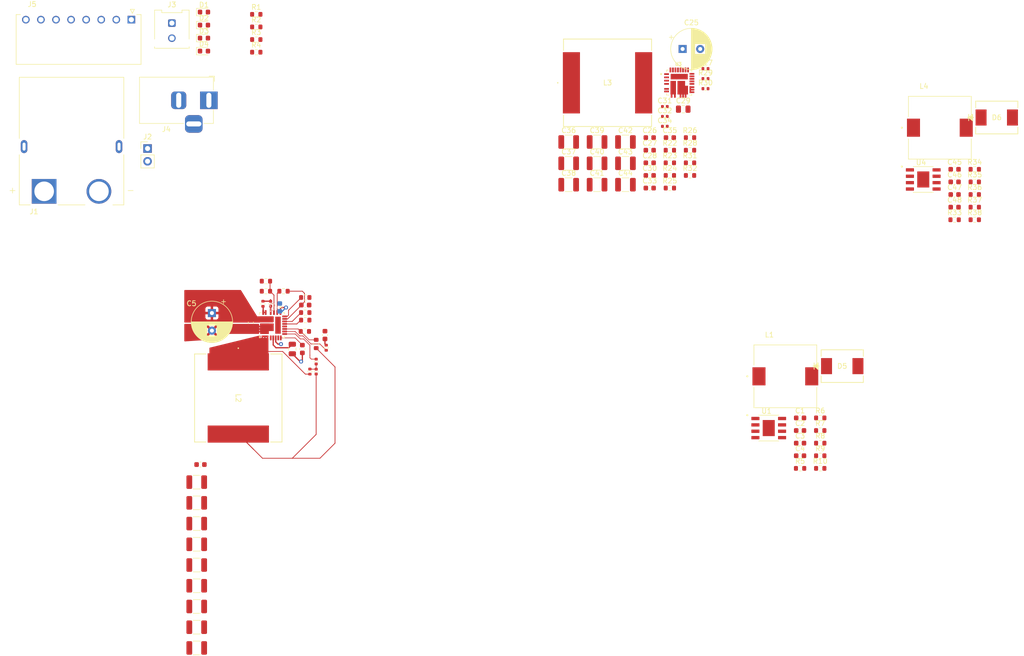
<source format=kicad_pcb>
(kicad_pcb (version 20221018) (generator pcbnew)
  (layers (0 "F.Cu" signal) (31 "B.Cu" signal) (34 "B.Paste" user) (35 "F.Paste" user) (36 "B.SilkS" user "B.Silkscreen") (37 "F.SilkS" user "F.Silkscreen") (38 "B.Mask" user) (39 "F.Mask" user) (44 "Edge.Cuts" user))
  (net 0 "")
  (net 1 "+BATT")
  (net 2 "GND")
  (net 3 "Net-(U1-BST)")
  (net 4 "Net-(D5-K)")
  (net 5 "Net-(U1-VC)")
  (net 6 "Net-(C3-Pad2)")
  (net 7 "3V3")
  (net 8 "Net-(U2-VDD)")
  (net 9 "Net-(U2-VDRV)")
  (net 10 "Net-(U2-SS)")
  (net 11 "Net-(U2-BOOT)")
  (net 12 "Net-(C11-Pad2)")
  (net 13 "Net-(U2-VSNS)")
  (net 14 "Net-(C12-Pad2)")
  (net 15 "Net-(C13-Pad1)")
  (net 16 "12V")
  (net 17 "Net-(U3-VDD)")
  (net 18 "Net-(U3-VDRV)")
  (net 19 "Net-(U3-SS)")
  (net 20 "Net-(U3-BOOT)")
  (net 21 "Net-(C31-Pad2)")
  (net 22 "Net-(U3-VSNS)")
  (net 23 "Net-(C32-Pad2)")
  (net 24 "Net-(C33-Pad1)")
  (net 25 "5V")
  (net 26 "Net-(U4-BST)")
  (net 27 "Net-(D6-K)")
  (net 28 "Net-(U4-VC)")
  (net 29 "Net-(C47-Pad2)")
  (net 30 "3V3_T")
  (net 31 "Net-(D1-K)")
  (net 32 "Net-(D2-K)")
  (net 33 "Net-(D3-K)")
  (net 34 "Net-(D4-K)")
  (net 35 "Net-(L2-Pad1)")
  (net 36 "Net-(L3-Pad1)")
  (net 37 "Net-(U1-EN)")
  (net 38 "Net-(U1-RT)")
  (net 39 "Net-(U1-FB)")
  (net 40 "Net-(U2-EN)")
  (net 41 "Net-(U2-PGOOD)")
  (net 42 "Net-(U2-Mode)")
  (net 43 "Net-(U2-Ilimit)")
  (net 44 "Net-(R16-Pad1)")
  (net 45 "Net-(U2-fsw)")
  (net 46 "Net-(U2-COMP)")
  (net 47 "Net-(U2-VFB)")
  (net 48 "Net-(U3-EN)")
  (net 49 "Net-(U3-PGOOD)")
  (net 50 "Net-(U3-Mode)")
  (net 51 "Net-(U3-Ilimit)")
  (net 52 "Net-(R27-Pad1)")
  (net 53 "Net-(U3-fsw)")
  (net 54 "Net-(U3-COMP)")
  (net 55 "Net-(U3-VFB)")
  (net 56 "Net-(U4-EN)")
  (net 57 "Net-(U4-RT)")
  (net 58 "Net-(U4-FB)")
  (footprint "crush-power-footprints:MOLEX_2157601008" (layer "F.Cu") (at 47.4665 20.45)
    (fp_text reference "J5")
    (fp_text value "2157601008")
  )
  (footprint "crush-power-footprints:SOIC127P600X100-9N" (layer "F.Cu") (at 174.325 101.74)
    (fp_text reference "U1")
    (fp_text value "BD9G341AEFJ")
  )
  (footprint "Resistor_SMD:R_0603_1608Metric" (layer "F.Cu") (at 158.6566 43.9283)
    (fp_text reference "R26")
    (fp_text value "75k")
  )
  (footprint "LED_SMD:LED_0603_1608Metric" (layer "F.Cu") (at 61.9215 26.71)
    (fp_text reference "D4")
    (fp_text value "LED_GREEN")
  )
  (footprint "crush-power-footprints:DIODE_DO214AB" (layer "F.Cu") (at 219.71 39.9288)
    (fp_text reference "D6")
    (fp_text value "SS36-E3/57T")
  )
  (footprint "Capacitor_SMD:C_0402_1005Metric" (layer "F.Cu") (at 84.25 90.5 -90)
    (fp_text reference "C14" hide)
    (fp_text value "10n" hide)
  )
  (footprint "Resistor_SMD:R_0402_1005Metric" (layer "F.Cu") (at 83 90.5 90)
    (fp_text reference "R19" hide)
    (fp_text value "2k37" hide)
  )
  (footprint "Capacitor_SMD:C_0402_1005Metric" (layer "F.Cu") (at 153.6466 39.7183)
    (fp_text reference "C32")
    (fp_text value "3u9")
  )
  (footprint "Resistor_SMD:R_0603_1608Metric" (layer "F.Cu") (at 72.327 26.924)
    (fp_text reference "R4")
    (fp_text value "4R99")
  )
  (footprint "Capacitor_SMD:C_0402_1005Metric" (layer "F.Cu") (at 153.6466 37.7483)
    (fp_text reference "C31")
    (fp_text value "100n")
  )
  (footprint "Capacitor_SMD:C_0603_1608Metric" (layer "F.Cu") (at 150.6366 48.9483)
    (fp_text reference "C28")
    (fp_text value "1u")
  )
  (footprint "Resistor_SMD:R_0603_1608Metric" (layer "F.Cu") (at 184.575 102.23)
    (fp_text reference "R7")
    (fp_text value "47k")
  )
  (footprint "Capacitor_SMD:C_1210_3225Metric" (layer "F.Cu") (at 60.475 116.625 180)
    (fp_text reference "C17" hide)
    (fp_text value "22u" hide)
  )
  (footprint "Capacitor_SMD:C_0603_1608Metric" (layer "F.Cu") (at 180.565 107.25)
    (fp_text reference "C4")
    (fp_text value "100u")
  )
  (footprint "Capacitor_SMD:C_1210_3225Metric" (layer "F.Cu") (at 60.475 145.5 180)
    (fp_text reference "C22" hide)
    (fp_text value "22u" hide)
  )
  (footprint "Capacitor_SMD:C_1210_3225Metric" (layer "F.Cu") (at 60.475 120.75 180)
    (fp_text reference "C16" hide)
    (fp_text value "22u" hide)
  )
  (footprint "Resistor_SMD:R_0603_1608Metric" (layer "F.Cu") (at 215.3298 57.768)
    (fp_text reference "R37")
    (fp_text value "1k3")
  )
  (footprint "Capacitor_SMD:C_1210_3225Metric" (layer "F.Cu") (at 140.1566 53.2983)
    (fp_text reference "C41")
    (fp_text value "47u")
  )
  (footprint "crush-power-footprints:IND_#B953AS-330M=P3" (layer "F.Cu") (at 177.63 91.44)
    (fp_text reference "L1")
    (fp_text value "33u")
  )
  (footprint "Resistor_SMD:R_0603_1608Metric" (layer "F.Cu") (at 77.75 74.5 180)
    (fp_text reference "R13" hide)
    (fp_text value "100k" hide)
  )
  (footprint "Resistor_SMD:R_0603_1608Metric" (layer "F.Cu") (at 184.575 109.76)
    (fp_text reference "R10")
    (fp_text value "560R")
  )
  (footprint "Capacitor_SMD:C_0603_1608Metric" (layer "F.Cu") (at 180.565 99.72)
    (fp_text reference "C1")
    (fp_text value "10u")
  )
  (footprint "Capacitor_SMD:C_0603_1608Metric" (layer "F.Cu") (at 150.6366 53.9683)
    (fp_text reference "C33")
    (fp_text value "2n7")
  )
  (footprint "Resistor_SMD:R_0603_1608Metric" (layer "F.Cu") (at 82 82.5)
    (fp_text reference "R21" hide)
    (fp_text value "10k" hide)
  )
  (footprint "Capacitor_SMD:C_1210_3225Metric" (layer "F.Cu") (at 60.475 112.5 180)
    (fp_text reference "C18" hide)
    (fp_text value "22u" hide)
  )
  (footprint "crush-power-footprints:CONV_SIC461ED-T1-GE3" (layer "F.Cu") (at 156.5116 32.9883)
    (fp_text reference "U3")
    (fp_text value "SIC461ED-T1-GE3")
  )
  (footprint "Capacitor_SMD:C_1210_3225Metric" (layer "F.Cu") (at 134.5066 44.7983)
    (fp_text reference "C36")
    (fp_text value "47u")
  )
  (footprint "Capacitor_SMD:C_0603_1608Metric" (layer "F.Cu") (at 211.3198 50.238)
    (fp_text reference "C45")
    (fp_text value "10u")
  )
  (footprint "Capacitor_THT:CP_Radial_D8.0mm_P3.50mm" (layer "F.Cu") (at 63.5 78.847349 -90)
    (fp_text reference "C5")
    (fp_text value "82u")
  )
  (footprint "Resistor_SMD:R_0603_1608Metric" (layer "F.Cu") (at 215.3298 52.748)
    (fp_text reference "R35")
    (fp_text value "47k")
  )
  (footprint "crush-power-footprints:AMASS_XT90PW-F" (layer "F.Cu") (at 35.56 45.72)
    (fp_text reference "J1")
    (fp_text value "XT90PW-F")
  )
  (footprint "Resistor_SMD:R_0603_1608Metric" (layer "F.Cu") (at 158.6566 51.4583)
    (fp_text reference "R32")
    (fp_text value "10k")
  )
  (footprint "Capacitor_SMD:C_0603_1608Metric" (layer "F.Cu") (at 154.6466 43.9283)
    (fp_text reference "C35")
    (fp_text value "100n")
  )
  (footprint "Capacitor_SMD:C_1210_3225Metric" (layer "F.Cu") (at 145.8066 49.0483)
    (fp_text reference "C43")
    (fp_text value "47u")
  )
  (footprint "Capacitor_SMD:C_1210_3225Metric" (layer "F.Cu") (at 145.8066 53.2983)
    (fp_text reference "C44")
    (fp_text value "47u")
  )
  (footprint "Resistor_SMD:R_0603_1608Metric" (layer "F.Cu") (at 184.575 99.72)
    (fp_text reference "R6")
    (fp_text value "10k")
  )
  (footprint "Capacitor_SMD:C_1210_3225Metric" (layer "F.Cu") (at 60.475 137.25 180)
    (fp_text reference "C24" hide)
    (fp_text value "22u" hide)
  )
  (footprint "Capacitor_SMD:C_0603_1608Metric" (layer "F.Cu") (at 150.6366 51.4583)
    (fp_text reference "C30")
    (fp_text value "33n")
  )
  (footprint "Capacitor_SMD:C_0603_1608Metric" (layer "F.Cu") (at 180.565 104.74)
    (fp_text reference "C3")
    (fp_text value "10n")
  )
  (footprint "Connector_BarrelJack:BarrelJack_Horizontal" (layer "F.Cu") (at 62.8915 36.505)
    (fp_text reference "J4")
    (fp_text value "Barrel_Jack")
  )
  (footprint "crush-power-footprints:IND_IHLP-6767GZ_VIS-M" (layer "F.Cu") (at 68.75 95.75 -90)
    (fp_text reference "L2")
    (fp_text value "3u3")
  )
  (footprint "LED_SMD:LED_0603_1608Metric" (layer "F.Cu") (at 61.9215 24.12)
    (fp_text reference "D3")
    (fp_text value "LED_GREEN")
  )
  (footprint "Resistor_SMD:R_0603_1608Metric" (layer "F.Cu") (at 184.575 107.25)
    (fp_text reference "R9")
    (fp_text value "1k3")
  )
  (footprint "Capacitor_SMD:C_0603_1608Metric" (layer "F.Cu") (at 211.3198 55.258)
    (fp_text reference "C47")
    (fp_text value "10n")
  )
  (footprint "Capacitor_SMD:C_0402_1005Metric" (layer "F.Cu") (at 75.184 77 90)
    (fp_text reference "C11" hide)
    (fp_text value "100n" hide)
  )
  (footprint "Resistor_SMD:R_0603_1608Metric" (layer "F.Cu") (at 154.6466 53.9683)
    (fp_text reference "R25")
    (fp_text value "2k")
  )
  (footprint "Capacitor_SMD:C_1210_3225Metric" (layer "F.Cu") (at 60.475 133.125 180)
    (fp_text reference "C19" hide)
    (fp_text value "22u" hide)
  )
  (footprint "Capacitor_SMD:C_0603_1608Metric" (layer "F.Cu") (at 81.5 86 90)
    (fp_text reference "C10" hide)
    (fp_text value "33n" hide)
  )
  (footprint "Resistor_SMD:R_0603_1608Metric" (layer "F.Cu") (at 84.25 85 90)
    (fp_text reference "R20" hide)
    (fp_text value "140k" hide)
  )
  (footprint "Resistor_SMD:R_0603_1608Metric" (layer "F.Cu") (at 215.3298 55.258)
    (fp_text reference "R36")
    (fp_text value "6k2")
  )
  (footprint "Resistor_SMD:R_0603_1608Metric" (layer "F.Cu") (at 211.3198 60.278)
    (fp_text reference "R33")
    (fp_text value "5k")
  )
  (footprint "crush-power-footprints:SOIC127P600X100-9N" (layer "F.Cu") (at 205.0798 52.258)
    (fp_text reference "U4")
    (fp_text value "BD9G341AEFJ")
  )
  (footprint "Connector_Molex:Molex_Micro-Fit_3.0_43045-0212_2x01_P3.00mm_Vertical" (layer "F.Cu") (at 55.5315 21.14)
    (fp_text reference "J3")
    (fp_text value "Molex Micro Fit 3.0")
  )
  (footprint "Resistor_SMD:R_0603_1608Metric" (layer "F.Cu") (at 82.075 80.25)
    (fp_text reference "R17" hide)
    (fp_text value "210k" hide)
  )
  (footprint "Connector_PinHeader_2.54mm:PinHeader_1x02_P2.54mm_Vertical" (layer "F.Cu") (at 50.6915 46.1)
    (fp_text reference "J2")
    (fp_text value "1x2 Header")
  )
  (footprint "Resistor_SMD:R_0402_1005Metric" (layer "F.Cu") (at 86.25 85.75 90)
    (fp_text reference "R18" hide)
    (fp_text value "115k" hide)
  )
  (footprint "Resistor_SMD:R_0603_1608Metric" (layer "F.Cu") (at 158.6566 46.4383)
    (fp_text reference "R28")
    (fp_text value "88k7")
  )
  (footprint "Resistor_SMD:R_0402_1005Metric" (layer "F.Cu") (at 161.7366 34.1883)
    (fp_text reference "R30")
    (fp_text value "2k37")
  )
  (footprint "Capacitor_SMD:C_1210_3225Metric" (layer "F.Cu") (at 60.475 129 180)
    (fp_text reference "C20" hide)
    (fp_text value "22u" hide)
  )
  (footprint "Capacitor_SMD:C_0603_1608Metric" (layer "F.Cu") (at 211.3198 52.748)
    (fp_text reference "C46")
    (fp_text value "0u1")
  )
  (footprint "Resistor_SMD:R_0603_1608Metric" (layer "F.Cu") (at 74.25 72.5)
    (fp_text reference "R12" hide)
    (fp_text value "200k" hide)
  )
  (footprint "Capacitor_SMD:C_0603_1608Metric" (layer "F.Cu") (at 61.225 109 180)
    (fp_text reference "C15" hide)
    (fp_text value "100n" hide)
  )
  (footprint "Capacitor_SMD:C_0402_1005Metric" (layer "F.Cu") (at 153.6466 41.6883)
    (fp_text reference "C34")
    (fp_text value "22n")
  )
  (footprint "Capacitor_SMD:C_1210_3225Metric" (layer "F.Cu") (at 60.475 141.375 180)
    (fp_text reference "C23" hide)
    (fp_text value "22u" hide)
  )
  (footprint "Capacitor_SMD:C_0603_1608Metric" (layer "F.Cu") (at 71.25 80.75 90)
    (fp_text reference "C6" hide)
    (fp_text value "4u7" hide)
  )
  (footprint "Resistor_SMD:R_0603_1608Metric" (layer "F.Cu") (at 82.075 78.75)
    (fp_text reference "R15" hide)
    (fp_text value "75k" hide)
  )
  (footprint "Resistor_SMD:R_0603_1608Metric" (layer "F.Cu") (at 158.6566 48.9483)
    (fp_text reference "R31")
    (fp_text value "52k3")
  )
  (footprint "Capacitor_SMD:C_1210_3225Metric" (layer "F.Cu") (at 140.1566 44.7983)
    (fp_text reference "C39")
    (fp_text value "47u")
  )
  (footprint "Resistor_SMD:R_0402_1005Metric" (layer "F.Cu") (at 161.7366 30.2083)
    (fp_text reference "R27")
    (fp_text value "1R")
  )
  (footprint "Capacitor_SMD:C_0603_1608Metric" (layer "F.Cu") (at 211.3198 57.768)
    (fp_text reference "C48")
    (fp_text value "100u")
  )
  (footprint "Resistor_SMD:R_0603_1608Metric" (layer "F.Cu") (at 215.3298 50.238)
    (fp_text reference "R34")
    (fp_text value "10k")
  )
  (footprint "Capacitor_SMD:C_0402_1005Metric" (layer "F.Cu") (at 84.25 88.5 -90)
    (fp_text reference "C12" hide)
    (fp_text value "3u9" hide)
  )
  (footprint "Resistor_SMD:R_0402_1005Metric" (layer "F.Cu") (at 73.66 77 90)
    (fp_text reference "R16" hide)
    (fp_text value "1R" hide)
  )
  (footprint "LED_SMD:LED_0603_1608Metric" (layer "F.Cu") (at 61.9215 21.53)
    (fp_text reference "D2")
    (fp_text value "LED_GREEN")
  )
  (footprint "Capacitor_SMD:C_0603_1608Metric" (layer "F.Cu") (at 180.565 102.23)
    (fp_text reference "C2")
    (fp_text value "0u1")
  )
  (footprint "Resistor_SMD:R_0402_1005Metric" (layer "F.Cu") (at 161.7366 32.1983)
    (fp_text reference "R29")
    (fp_text value "71k5")
  )
  (footprint "LED_SMD:LED_0603_1608Metric" (layer "F.Cu") (at 61.9215 18.94)
    (fp_text reference "D1")
    (fp_text value "LED_GREEN")
  )
  (footprint "Capacitor_SMD:C_0603_1608Metric" (layer "F.Cu") (at 150.6366 46.4383)
    (fp_text reference "C27")
    (fp_text value "100n")
  )
  (footprint "Capacitor_SMD:C_0805_2012Metric" (layer "F.Cu") (at 157.3066 38.2683)
    (fp_text reference "C29")
    (fp_text value "4u7")
  )
  (footprint "Capacitor_SMD:C_1210_3225Metric" (layer "F.Cu") (at 140.1566 49.0483)
    (fp_text reference "C40")
    (fp_text value "47u")
  )
  (footprint "crush-power-footprints:IND_#B953AS-330M=P3" (layer "F.Cu") (at 208.3848 41.958)
    (fp_text reference "L4")
    (fp_text value "33u")
  )
  (footprint "crush-power-footprints:IND_IHLP-6767GZ_VIS-M" (layer "F.Cu") (at 142.24 33.02)
    (fp_text reference "L3")
    (fp_text value "3u3")
  )
  (footprint "Capacitor_SMD:C_1210_3225Metric" (layer "F.Cu") (at 134.5066 53.2983)
    (fp_text reference "C38")
    (fp_text value "47u")
  )
  (footprint "Capacitor_SMD:C_1210_3225Metric" (layer "F.Cu") (at 134.5066 49.0483)
    (fp_text reference "C37")
    (fp_text value "47u")
  )
  (footprint "Capacitor_SMD:C_0805_2012Metric" (layer "F.Cu") (at 79.5 86 90)
    (fp_text reference "C9" hide)
    (fp_text value "4u7" hide)
  )
  (footprint "Capacitor_SMD:C_0603_1608Metric" (layer "F.Cu") (at 86 83.225 90)
    (fp_text reference "C13" hide)
    (fp_text value "1n2" hide)
  )
  (footprint "Capacitor_SMD:C_1210_3225Metric" (layer "F.Cu") (at 60.475 124.875 180)
    (fp_text reference "C21" hide)
    (fp_text value "22u" hide)
  )
  (footprint "Capacitor_SMD:C_1210_3225Metric" (layer "F.Cu") (at 145.8066 44.7983)
    (fp_text reference "C42")
    (fp_text value "47u")
  )
  (footprint "Capacitor_THT:CP_Radial_D8.0mm_P3.50mm" (layer "F.Cu") (at 157.1816 26.2883)
    (fp_text reference "C25")
    (fp_text value "120u")
  )
  (footprint "Resistor_SMD:R_0603_1608Metric" (layer "F.Cu") (at 72.327 21.904)
    (fp_text reference "R2")
    (fp_text value "4R99")
  )
  (footprint "Resistor_SMD:R_0603_1608Metric" (layer "F.Cu") (at 74.25 74.5 180)
    (fp_text reference "R11" hide)
    (fp_text value "562k" hide)
  )
  (footprint "crush-power-footprints:CONV_SIC461ED-T1-GE3" (layer "F.Cu") (at 75.45 81.265 -90)
    (fp_text reference "U2" hide)
    (fp_text value "SIC461ED-T1-GE3" hide)
  )
  (footprint "Resistor_SMD:R_0603_1608Metric" (layer "F.Cu") (at 154.6466 46.4383)
    (fp_text reference "R22")
    (fp_text value "562k")
  )
  (footprint "Resistor_SMD:R_0603_1608Metric" (layer "F.Cu") (at 180.565 109.76)
    (fp_text reference "R5")
    (fp_text value "5k")
  )
  (footprint "Resistor_SMD:R_0603_1608Metric" (layer "F.Cu") (at 72.327 19.394)
    (fp_text reference "R1")
    (fp_text value "100R")
  )
  (footprint "Resistor_SMD:R_0603_1608Metric" (layer "F.Cu") (at 82.075 75.75)
    (fp_text reference "R14" hide)
    (fp_text value "2k" hide)
  )
  (footprint "Capacitor_SMD:C_0603_1608Metric" (layer "F.Cu") (at 150.6366 43.9283)
    (fp_text reference "C26")
    (fp_text value "4u7")
  )
  (footprint "Resistor_SMD:R_0603_1608Metric" (layer "F.Cu") (at 215.3298 60.278)
    (fp_text reference "R38")
    (fp_text value "560R")
  )
  (footprint "Resistor_SMD:R_0603_1608Metric" (layer "F.Cu") (at 72.327 24.414)
    (fp_text reference "R3")
    (fp_text value "442R")
  )
  (footprint "Resistor_SMD:R_0603_1608Metric" (layer "F.Cu") (at 154.6466 48.9483)
    (fp_text reference "R23")
    (fp_text value "200k")
  )
  (footprint "Resistor_SMD:R_0603_1608Metric" (layer "F.Cu") (at 154.6466 51.4583)
    (fp_text reference "R24")
    (fp_text value "100k")
  )
  (footprint "Resistor_SMD:R_0603_1608Metric" (layer "F.Cu") (at 184.575 104.74)
    (fp_text reference "R8")
    (fp_text value "6k2")
  )
  (footprint "Capacitor_SMD:C_0603_1608Metric" (layer "F.Cu") (at 82.075 77.25 180)
    (fp_text reference "C8" hide)
    (fp_text value "1u" hide)
  )
  (footprint "crush-power-footprints:DIODE_DO214AB" (layer "F.Cu") (at 188.9552 89.4108)
    (fp_text reference "D5")
    (fp_text value "SS36-E3/57T")
  )
  (footprint "Capacitor_SMD:C_0603_1608Metric" (layer "B.Cu") (at 77 77.725 -90)
    (fp_text reference "C7")
    (fp_text value "100n" hide)
  )
  (segment (start 77.25 77.75) (end 78.25 77.75) (width 0.25) (layer "F.Cu") (net 1))
  (segment (start 77.15 78.74) (end 77.15 77.85) (width 0.25) (layer "F.Cu") (net 1))
  (segment (start 77.15 77.85) (end 77.25 77.75) (width 0.25) (layer "F.Cu") (net 1))
  (segment (start 77.15 78.74) (end 77.26 78.74) (width 0.25) (layer "F.Cu") (net 1))
  (via (at 78.25 77.75) (size 0.8) (drill 0.4) (layers "F.Cu" "B.Cu") (net 1))
  (segment (start 77 78.5) (end 77.5 78.5) (width 0.25) (layer "B.Cu") (net 1))
  (segment (start 77.5 78.5) (end 78.25 77.75) (width 0.25) (layer "B.Cu") (net 1))
  (segment (start 81.25 88.5) (end 81.05 88.5) (width 0.25) (layer "F.Cu") (net 2))
  (segment (start 81.325 86.95) (end 81.5 86.775) (width 0.25) (layer "F.Cu") (net 2))
  (segment (start 81.5 88.25) (end 81.25 88.5) (width 0.25) (layer "F.Cu") (net 2))
  (segment (start 77.25 85.0255) (end 76.6355 85.0255) (width 0.25) (layer "F.Cu") (net 2))
  (segment (start 76.2 84.59) (end 76.2 83.79) (width 0.25) (layer "F.Cu") (net 2))
  (segment (start 81.5 86.775) (end 81.5 88.25) (width 0.25) (layer "F.Cu") (net 2))
  (segment (start 76.6355 85.0255) (end 76.2 84.59) (width 0.25) (layer "F.Cu") (net 2))
  (segment (start 81.05 88.5) (end 79.5 86.95) (width 0.25) (layer "F.Cu") (net 2))
  (via (at 77.25 85.0255) (size 0.8) (drill 0.4) (layers "F.Cu" "B.Cu") (net 2))
  (via (at 81.25 88.5) (size 0.8) (drill 0.4) (layers "F.Cu" "B.Cu") (net 2))
  (segment (start 78.576 80.015) (end 81.341 77.25) (width 0.15) (layer "F.Cu") (net 8))
  (segment (start 77.975 80.015) (end 78.576 80.015) (width 0.15) (layer "F.Cu") (net 8))
  (segment (start 81.925 74.925) (end 81.5 74.5) (width 0.15) (layer "F.Cu") (net 8))
  (segment (start 81.925 76.625) (end 81.925 74.925) (width 0.15) (layer "F.Cu") (net 8))
  (segment (start 81.5 74.5) (end 78.575 74.5) (width 0.15) (layer "F.Cu") (net 8))
  (segment (start 81.3 77.25) (end 81.925 76.625) (width 0.15) (layer "F.Cu") (net 8))
  (segment (start 75.7 83.79) (end 75.7 85.2) (width 0.25) (layer "F.Cu") (net 9))
  (segment (start 75.7 85.2) (end 76.25 85.75) (width 0.25) (layer "F.Cu") (net 9))
  (segment (start 78.8 85.75) (end 79.5 85.05) (width 0.25) (layer "F.Cu") (net 9))
  (segment (start 76.25 85.75) (end 78.8 85.75) (width 0.25) (layer "F.Cu") (net 9))
  (segment (start 77.2 83.79) (end 80.065 83.79) (width 0.127) (layer "F.Cu") (net 10))
  (segment (start 80.065 83.79) (end 81.5 85.225) (width 0.127) (layer "F.Cu") (net 10))
  (segment (start 75.2 78.74) (end 75.2 77.496) (width 0.25) (layer "F.Cu") (net 11))
  (segment (start 75.2 77.496) (end 75.184 77.48) (width 0.25) (layer "F.Cu") (net 11))
  (segment (start 75.184 78.724) (end 75.2 78.74) (width 0.25) (layer "F.Cu") (net 11))
  (segment (start 73.66 76.49) (end 75.154 76.49) (width 0.25) (layer "F.Cu") (net 12))
  (segment (start 75.154 76.198) (end 75.184 76.228) (width 0.25) (layer "F.Cu") (net 12))
  (segment (start 83 87.23) (end 83 87.75) (width 0.127) (layer "F.Cu") (net 13))
  (segment (start 83 85.25) (end 83 87.23) (width 0.127) (layer "F.Cu") (net 13))
  (segment (start 81.082064 84) (end 81.75 84) (width 0.127) (layer "F.Cu") (net 13))
  (segment (start 83.27 88.02) (end 84.25 88.02) (width 0.127) (layer "F.Cu") (net 13))
  (segment (start 81.75 84) (end 83 85.25) (width 0.127) (layer "F.Cu") (net 13))
  (segment (start 83 87.75) (end 83.27 88.02) (width 0.127) (layer "F.Cu") (net 13))
  (segment (start 77.975 83.015) (end 80.097064 83.015) (width 0.127) (layer "F.Cu") (net 13))
  (segment (start 80.097064 83.015) (end 81.082064 84) (width 0.127) (layer "F.Cu") (net 13))
  (segment (start 83.03 90.02) (end 83 89.99) (width 0.127) (layer "F.Cu") (net 14))
  (segment (start 84.25 88.98) (end 84.25 90.02) (width 0.127) (layer "F.Cu") (net 14))
  (segment (start 84.25 90.02) (end 83.03 90.02) (width 0.127) (layer "F.Cu") (net 14))
  (segment (start 86 84.99) (end 86.25 85.24) (width 0.25) (layer "F.Cu") (net 15))
  (segment (start 86 84) (end 86 84.99) (width 0.25) (layer "F.Cu") (net 15))
  (segment (start 84.25 90.98) (end 84.25 103) (width 0.15) (layer "F.Cu") (net 16))
  (segment (start 88 89.575) (end 88 104.75) (width 0.15) (layer "F.Cu") (net 16))
  (segment (start 79.5 107.75) (end 73.5618 107.75) (width 0.15) (layer "F.Cu") (net 16))
  (segment (start 71.8118 106) (end 68.75 102.9382) (width 0.15) (layer "F.Cu") (net 16))
  (segment (start 85 107.75) (end 79.5 107.75) (width 0.15) (layer "F.Cu") (net 16))
  (segment (start 73.5618 107.75) (end 68.75 102.9382) (width 0.15) (layer "F.Cu") (net 16))
  (segment (start 84.25 103) (end 79.5 107.75) (width 0.15) (layer "F.Cu") (net 16))
  (segment (start 88 104.75) (end 85 107.75) (width 0.15) (layer "F.Cu") (net 16))
  (segment (start 84.25 85.825) (end 88 89.575) (width 0.15) (layer "F.Cu") (net 16))
  (segment (start 77.582538 86.5) (end 74.75 86.5) (width 0.15) (layer "F.Cu") (net 35))
  (segment (start 82.092538 91.01) (end 77.582538 86.5) (width 0.15) (layer "F.Cu") (net 35))
  (segment (start 83 91.01) (end 82.092538 91.01) (width 0.15) (layer "F.Cu") (net 35))
  (segment (start 75.85 75.275) (end 75.85 78.74) (width 0.15) (layer "F.Cu") (net 40))
  (segment (start 75.075 74.5) (end 75.85 75.275) (width 0.15) (layer "F.Cu") (net 40))
  (segment (start 75.075 72.5) (end 75.075 74.5) (width 0.15) (layer "F.Cu") (net 40))
  (segment (start 76.5 74.925) (end 76.5 78.74) (width 0.15) (layer "F.Cu") (net 41))
  (segment (start 76.925 74.5) (end 76.5 74.925) (width 0.15) (layer "F.Cu") (net 41))
  (segment (start 81.291 75.75) (end 78.75 78.291) (width 0.15) (layer "F.Cu") (net 42))
  (segment (start 78.75 78.291) (end 78.75 79.25) (width 0.15) (layer "F.Cu") (net 42))
  (segment (start 78.276 79.515) (end 77.975 79.515) (width 0.25) (layer "F.Cu") (net 42))
  (segment (start 78.485 79.515) (end 77.975 79.515) (width 0.15) (layer "F.Cu") (net 42))
  (segment (start 78.75 79.25) (end 78.485 79.515) (width 0.15) (layer "F.Cu") (net 42))
  (segment (start 77.975 80.515) (end 79.485 80.515) (width 0.15) (layer "F.Cu") (net 43))
  (segment (start 79.485 80.515) (end 81.25 78.75) (width 0.15) (layer "F.Cu") (net 43))
  (segment (start 73.66 78.7) (end 73.7 78.74) (width 0.25) (layer "F.Cu") (net 44))
  (segment (start 74.2 78.74) (end 73.7 78.74) (width 0.25) (layer "F.Cu") (net 44))
  (segment (start 73.7 77.55) (end 73.66 77.51) (width 0.25) (layer "F.Cu") (net 44))
  (segment (start 73.7 78.74) (end 73.7 77.55) (width 0.25) (layer "F.Cu") (net 44))
  (segment (start 80.41 81.015) (end 81.175 80.25) (width 0.15) (layer "F.Cu") (net 45))
  (segment (start 77.975 81.015) (end 80.41 81.015) (width 0.15) (layer "F.Cu") (net 45))
  (segment (start 81.175 80.25) (end 81.16 80.265) (width 0.25) (layer "F.Cu") (net 45))
  (segment (start 84.99 85) (end 86.25 86.26) (width 0.127) (layer "F.Cu") (net 46))
  (segment (start 80.059512 82.515) (end 80.938236 83.393724) (width 0.127) (layer "F.Cu") (net 46))
  (segment (start 77.975 82.515) (end 80.059512 82.515) (width 0.127) (layer "F.Cu") (net 46))
  (segment (start 80.938236 83.393724) (end 81.606276 83.393724) (width 0.127) (layer "F.Cu") (net 46))
  (segment (start 81.606276 83.393724) (end 83.212552 85) (width 0.127) (layer "F.Cu") (net 46))
  (segment (start 83.212552 85) (end 84.99 85) (width 0.127) (layer "F.Cu") (net 46))
  (segment (start 80.69 82.015) (end 81.175 82.5) (width 0.127) (layer "F.Cu") (net 47))
  (segment (start 81.175 82.5) (end 82.85 84.175) (width 0.127) (layer "F.Cu") (net 47))
  (segment (start 77.975 82.015) (end 80.69 82.015) (width 0.127) (layer "F.Cu") (net 47))
  (segment (start 82.85 84.175) (end 84.25 84.175) (width 0.127) (layer "F.Cu") (net 47))
  (zone (net 35) (net_name "Net-(L2-Pad1)") (layer "F.Cu") (connect_pads yes (clearance 0)) (min_thickness 0.25) (fill yes (thermal_gap 0.5) (thermal_bridge_width 0.5))
    (polygon (pts (xy 74.75 83.25) (xy 74.75 90.25) (xy 63 90.25) (xy 63 85.75) (xy 73.25 83.25)))
  )
  (zone (net 2) (net_name "GND") (layer "F.Cu") (priority 2) (connect_pads thru_hole_only (clearance 0)) (min_thickness 0.25) (fill yes (thermal_gap 0.5) (thermal_bridge_width 0.5))
    (polygon (pts (xy 75.75 81) (xy 75.75 83) (xy 67 83) (xy 61.75 84.25) (xy 58 84.5) (xy 58 81)))
  )
  (zone (net 1) (net_name "+BATT") (layer "F.Cu") (priority 1) (connect_pads thru_hole_only (clearance 0)) (min_thickness 0.25) (fill yes (thermal_gap 0.5) (thermal_bridge_width 0.5))
    (polygon (pts (xy 75.75 79.5) (xy 75.75 80.75) (xy 58 80.75) (xy 58 74.25) (xy 69.25 74.25) (xy 72.5 79.5)))
  )
)
</source>
